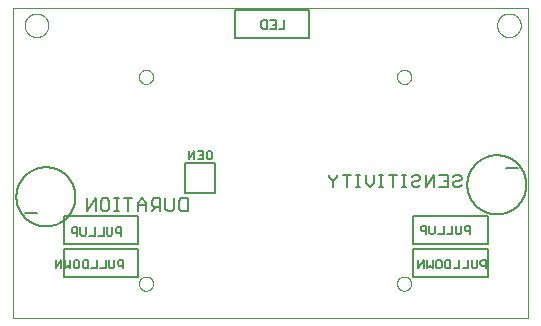
<source format=gbo>
G75*
%MOIN*%
%OFA0B0*%
%FSLAX25Y25*%
%IPPOS*%
%LPD*%
%AMOC8*
5,1,8,0,0,1.08239X$1,22.5*
%
%ADD10C,0.00000*%
%ADD11C,0.00500*%
%ADD12C,0.00800*%
D10*
X0003246Y0001374D02*
X0175057Y0001374D01*
X0175057Y0104917D01*
X0003246Y0104917D01*
X0003246Y0001374D01*
X0045246Y0012917D02*
X0045248Y0013014D01*
X0045254Y0013111D01*
X0045264Y0013207D01*
X0045278Y0013303D01*
X0045296Y0013399D01*
X0045317Y0013493D01*
X0045343Y0013587D01*
X0045372Y0013679D01*
X0045406Y0013770D01*
X0045442Y0013860D01*
X0045483Y0013948D01*
X0045527Y0014034D01*
X0045575Y0014119D01*
X0045626Y0014201D01*
X0045680Y0014282D01*
X0045738Y0014360D01*
X0045799Y0014435D01*
X0045862Y0014508D01*
X0045929Y0014579D01*
X0045999Y0014646D01*
X0046071Y0014711D01*
X0046146Y0014772D01*
X0046224Y0014831D01*
X0046303Y0014886D01*
X0046385Y0014938D01*
X0046469Y0014986D01*
X0046555Y0015031D01*
X0046643Y0015073D01*
X0046732Y0015111D01*
X0046823Y0015145D01*
X0046915Y0015175D01*
X0047008Y0015202D01*
X0047103Y0015224D01*
X0047198Y0015243D01*
X0047294Y0015258D01*
X0047390Y0015269D01*
X0047487Y0015276D01*
X0047584Y0015279D01*
X0047681Y0015278D01*
X0047778Y0015273D01*
X0047874Y0015264D01*
X0047970Y0015251D01*
X0048066Y0015234D01*
X0048161Y0015213D01*
X0048254Y0015189D01*
X0048347Y0015160D01*
X0048439Y0015128D01*
X0048529Y0015092D01*
X0048617Y0015053D01*
X0048704Y0015009D01*
X0048789Y0014963D01*
X0048872Y0014912D01*
X0048953Y0014859D01*
X0049031Y0014802D01*
X0049108Y0014742D01*
X0049181Y0014679D01*
X0049252Y0014613D01*
X0049320Y0014544D01*
X0049386Y0014472D01*
X0049448Y0014398D01*
X0049507Y0014321D01*
X0049563Y0014242D01*
X0049616Y0014160D01*
X0049666Y0014077D01*
X0049711Y0013991D01*
X0049754Y0013904D01*
X0049793Y0013815D01*
X0049828Y0013725D01*
X0049859Y0013633D01*
X0049886Y0013540D01*
X0049910Y0013446D01*
X0049930Y0013351D01*
X0049946Y0013255D01*
X0049958Y0013159D01*
X0049966Y0013062D01*
X0049970Y0012965D01*
X0049970Y0012869D01*
X0049966Y0012772D01*
X0049958Y0012675D01*
X0049946Y0012579D01*
X0049930Y0012483D01*
X0049910Y0012388D01*
X0049886Y0012294D01*
X0049859Y0012201D01*
X0049828Y0012109D01*
X0049793Y0012019D01*
X0049754Y0011930D01*
X0049711Y0011843D01*
X0049666Y0011757D01*
X0049616Y0011674D01*
X0049563Y0011592D01*
X0049507Y0011513D01*
X0049448Y0011436D01*
X0049386Y0011362D01*
X0049320Y0011290D01*
X0049252Y0011221D01*
X0049181Y0011155D01*
X0049108Y0011092D01*
X0049031Y0011032D01*
X0048953Y0010975D01*
X0048872Y0010922D01*
X0048789Y0010871D01*
X0048704Y0010825D01*
X0048617Y0010781D01*
X0048529Y0010742D01*
X0048439Y0010706D01*
X0048347Y0010674D01*
X0048254Y0010645D01*
X0048161Y0010621D01*
X0048066Y0010600D01*
X0047970Y0010583D01*
X0047874Y0010570D01*
X0047778Y0010561D01*
X0047681Y0010556D01*
X0047584Y0010555D01*
X0047487Y0010558D01*
X0047390Y0010565D01*
X0047294Y0010576D01*
X0047198Y0010591D01*
X0047103Y0010610D01*
X0047008Y0010632D01*
X0046915Y0010659D01*
X0046823Y0010689D01*
X0046732Y0010723D01*
X0046643Y0010761D01*
X0046555Y0010803D01*
X0046469Y0010848D01*
X0046385Y0010896D01*
X0046303Y0010948D01*
X0046224Y0011003D01*
X0046146Y0011062D01*
X0046071Y0011123D01*
X0045999Y0011188D01*
X0045929Y0011255D01*
X0045862Y0011326D01*
X0045799Y0011399D01*
X0045738Y0011474D01*
X0045680Y0011552D01*
X0045626Y0011633D01*
X0045575Y0011715D01*
X0045527Y0011800D01*
X0045483Y0011886D01*
X0045442Y0011974D01*
X0045406Y0012064D01*
X0045372Y0012155D01*
X0045343Y0012247D01*
X0045317Y0012341D01*
X0045296Y0012435D01*
X0045278Y0012531D01*
X0045264Y0012627D01*
X0045254Y0012723D01*
X0045248Y0012820D01*
X0045246Y0012917D01*
X0131270Y0012917D02*
X0131272Y0013014D01*
X0131278Y0013111D01*
X0131288Y0013207D01*
X0131302Y0013303D01*
X0131320Y0013399D01*
X0131341Y0013493D01*
X0131367Y0013587D01*
X0131396Y0013679D01*
X0131430Y0013770D01*
X0131466Y0013860D01*
X0131507Y0013948D01*
X0131551Y0014034D01*
X0131599Y0014119D01*
X0131650Y0014201D01*
X0131704Y0014282D01*
X0131762Y0014360D01*
X0131823Y0014435D01*
X0131886Y0014508D01*
X0131953Y0014579D01*
X0132023Y0014646D01*
X0132095Y0014711D01*
X0132170Y0014772D01*
X0132248Y0014831D01*
X0132327Y0014886D01*
X0132409Y0014938D01*
X0132493Y0014986D01*
X0132579Y0015031D01*
X0132667Y0015073D01*
X0132756Y0015111D01*
X0132847Y0015145D01*
X0132939Y0015175D01*
X0133032Y0015202D01*
X0133127Y0015224D01*
X0133222Y0015243D01*
X0133318Y0015258D01*
X0133414Y0015269D01*
X0133511Y0015276D01*
X0133608Y0015279D01*
X0133705Y0015278D01*
X0133802Y0015273D01*
X0133898Y0015264D01*
X0133994Y0015251D01*
X0134090Y0015234D01*
X0134185Y0015213D01*
X0134278Y0015189D01*
X0134371Y0015160D01*
X0134463Y0015128D01*
X0134553Y0015092D01*
X0134641Y0015053D01*
X0134728Y0015009D01*
X0134813Y0014963D01*
X0134896Y0014912D01*
X0134977Y0014859D01*
X0135055Y0014802D01*
X0135132Y0014742D01*
X0135205Y0014679D01*
X0135276Y0014613D01*
X0135344Y0014544D01*
X0135410Y0014472D01*
X0135472Y0014398D01*
X0135531Y0014321D01*
X0135587Y0014242D01*
X0135640Y0014160D01*
X0135690Y0014077D01*
X0135735Y0013991D01*
X0135778Y0013904D01*
X0135817Y0013815D01*
X0135852Y0013725D01*
X0135883Y0013633D01*
X0135910Y0013540D01*
X0135934Y0013446D01*
X0135954Y0013351D01*
X0135970Y0013255D01*
X0135982Y0013159D01*
X0135990Y0013062D01*
X0135994Y0012965D01*
X0135994Y0012869D01*
X0135990Y0012772D01*
X0135982Y0012675D01*
X0135970Y0012579D01*
X0135954Y0012483D01*
X0135934Y0012388D01*
X0135910Y0012294D01*
X0135883Y0012201D01*
X0135852Y0012109D01*
X0135817Y0012019D01*
X0135778Y0011930D01*
X0135735Y0011843D01*
X0135690Y0011757D01*
X0135640Y0011674D01*
X0135587Y0011592D01*
X0135531Y0011513D01*
X0135472Y0011436D01*
X0135410Y0011362D01*
X0135344Y0011290D01*
X0135276Y0011221D01*
X0135205Y0011155D01*
X0135132Y0011092D01*
X0135055Y0011032D01*
X0134977Y0010975D01*
X0134896Y0010922D01*
X0134813Y0010871D01*
X0134728Y0010825D01*
X0134641Y0010781D01*
X0134553Y0010742D01*
X0134463Y0010706D01*
X0134371Y0010674D01*
X0134278Y0010645D01*
X0134185Y0010621D01*
X0134090Y0010600D01*
X0133994Y0010583D01*
X0133898Y0010570D01*
X0133802Y0010561D01*
X0133705Y0010556D01*
X0133608Y0010555D01*
X0133511Y0010558D01*
X0133414Y0010565D01*
X0133318Y0010576D01*
X0133222Y0010591D01*
X0133127Y0010610D01*
X0133032Y0010632D01*
X0132939Y0010659D01*
X0132847Y0010689D01*
X0132756Y0010723D01*
X0132667Y0010761D01*
X0132579Y0010803D01*
X0132493Y0010848D01*
X0132409Y0010896D01*
X0132327Y0010948D01*
X0132248Y0011003D01*
X0132170Y0011062D01*
X0132095Y0011123D01*
X0132023Y0011188D01*
X0131953Y0011255D01*
X0131886Y0011326D01*
X0131823Y0011399D01*
X0131762Y0011474D01*
X0131704Y0011552D01*
X0131650Y0011633D01*
X0131599Y0011715D01*
X0131551Y0011800D01*
X0131507Y0011886D01*
X0131466Y0011974D01*
X0131430Y0012064D01*
X0131396Y0012155D01*
X0131367Y0012247D01*
X0131341Y0012341D01*
X0131320Y0012435D01*
X0131302Y0012531D01*
X0131288Y0012627D01*
X0131278Y0012723D01*
X0131272Y0012820D01*
X0131270Y0012917D01*
X0131270Y0081815D02*
X0131272Y0081912D01*
X0131278Y0082009D01*
X0131288Y0082105D01*
X0131302Y0082201D01*
X0131320Y0082297D01*
X0131341Y0082391D01*
X0131367Y0082485D01*
X0131396Y0082577D01*
X0131430Y0082668D01*
X0131466Y0082758D01*
X0131507Y0082846D01*
X0131551Y0082932D01*
X0131599Y0083017D01*
X0131650Y0083099D01*
X0131704Y0083180D01*
X0131762Y0083258D01*
X0131823Y0083333D01*
X0131886Y0083406D01*
X0131953Y0083477D01*
X0132023Y0083544D01*
X0132095Y0083609D01*
X0132170Y0083670D01*
X0132248Y0083729D01*
X0132327Y0083784D01*
X0132409Y0083836D01*
X0132493Y0083884D01*
X0132579Y0083929D01*
X0132667Y0083971D01*
X0132756Y0084009D01*
X0132847Y0084043D01*
X0132939Y0084073D01*
X0133032Y0084100D01*
X0133127Y0084122D01*
X0133222Y0084141D01*
X0133318Y0084156D01*
X0133414Y0084167D01*
X0133511Y0084174D01*
X0133608Y0084177D01*
X0133705Y0084176D01*
X0133802Y0084171D01*
X0133898Y0084162D01*
X0133994Y0084149D01*
X0134090Y0084132D01*
X0134185Y0084111D01*
X0134278Y0084087D01*
X0134371Y0084058D01*
X0134463Y0084026D01*
X0134553Y0083990D01*
X0134641Y0083951D01*
X0134728Y0083907D01*
X0134813Y0083861D01*
X0134896Y0083810D01*
X0134977Y0083757D01*
X0135055Y0083700D01*
X0135132Y0083640D01*
X0135205Y0083577D01*
X0135276Y0083511D01*
X0135344Y0083442D01*
X0135410Y0083370D01*
X0135472Y0083296D01*
X0135531Y0083219D01*
X0135587Y0083140D01*
X0135640Y0083058D01*
X0135690Y0082975D01*
X0135735Y0082889D01*
X0135778Y0082802D01*
X0135817Y0082713D01*
X0135852Y0082623D01*
X0135883Y0082531D01*
X0135910Y0082438D01*
X0135934Y0082344D01*
X0135954Y0082249D01*
X0135970Y0082153D01*
X0135982Y0082057D01*
X0135990Y0081960D01*
X0135994Y0081863D01*
X0135994Y0081767D01*
X0135990Y0081670D01*
X0135982Y0081573D01*
X0135970Y0081477D01*
X0135954Y0081381D01*
X0135934Y0081286D01*
X0135910Y0081192D01*
X0135883Y0081099D01*
X0135852Y0081007D01*
X0135817Y0080917D01*
X0135778Y0080828D01*
X0135735Y0080741D01*
X0135690Y0080655D01*
X0135640Y0080572D01*
X0135587Y0080490D01*
X0135531Y0080411D01*
X0135472Y0080334D01*
X0135410Y0080260D01*
X0135344Y0080188D01*
X0135276Y0080119D01*
X0135205Y0080053D01*
X0135132Y0079990D01*
X0135055Y0079930D01*
X0134977Y0079873D01*
X0134896Y0079820D01*
X0134813Y0079769D01*
X0134728Y0079723D01*
X0134641Y0079679D01*
X0134553Y0079640D01*
X0134463Y0079604D01*
X0134371Y0079572D01*
X0134278Y0079543D01*
X0134185Y0079519D01*
X0134090Y0079498D01*
X0133994Y0079481D01*
X0133898Y0079468D01*
X0133802Y0079459D01*
X0133705Y0079454D01*
X0133608Y0079453D01*
X0133511Y0079456D01*
X0133414Y0079463D01*
X0133318Y0079474D01*
X0133222Y0079489D01*
X0133127Y0079508D01*
X0133032Y0079530D01*
X0132939Y0079557D01*
X0132847Y0079587D01*
X0132756Y0079621D01*
X0132667Y0079659D01*
X0132579Y0079701D01*
X0132493Y0079746D01*
X0132409Y0079794D01*
X0132327Y0079846D01*
X0132248Y0079901D01*
X0132170Y0079960D01*
X0132095Y0080021D01*
X0132023Y0080086D01*
X0131953Y0080153D01*
X0131886Y0080224D01*
X0131823Y0080297D01*
X0131762Y0080372D01*
X0131704Y0080450D01*
X0131650Y0080531D01*
X0131599Y0080613D01*
X0131551Y0080698D01*
X0131507Y0080784D01*
X0131466Y0080872D01*
X0131430Y0080962D01*
X0131396Y0081053D01*
X0131367Y0081145D01*
X0131341Y0081239D01*
X0131320Y0081333D01*
X0131302Y0081429D01*
X0131288Y0081525D01*
X0131278Y0081621D01*
X0131272Y0081718D01*
X0131270Y0081815D01*
X0164663Y0099012D02*
X0164665Y0099137D01*
X0164671Y0099262D01*
X0164681Y0099386D01*
X0164695Y0099510D01*
X0164712Y0099634D01*
X0164734Y0099757D01*
X0164760Y0099879D01*
X0164789Y0100001D01*
X0164822Y0100121D01*
X0164860Y0100240D01*
X0164900Y0100359D01*
X0164945Y0100475D01*
X0164993Y0100590D01*
X0165045Y0100704D01*
X0165101Y0100816D01*
X0165160Y0100926D01*
X0165222Y0101034D01*
X0165288Y0101141D01*
X0165357Y0101245D01*
X0165430Y0101346D01*
X0165505Y0101446D01*
X0165584Y0101543D01*
X0165666Y0101637D01*
X0165751Y0101729D01*
X0165838Y0101818D01*
X0165929Y0101904D01*
X0166022Y0101987D01*
X0166118Y0102068D01*
X0166216Y0102145D01*
X0166316Y0102219D01*
X0166419Y0102290D01*
X0166524Y0102357D01*
X0166632Y0102422D01*
X0166741Y0102482D01*
X0166852Y0102540D01*
X0166965Y0102593D01*
X0167079Y0102643D01*
X0167195Y0102690D01*
X0167312Y0102732D01*
X0167431Y0102771D01*
X0167551Y0102807D01*
X0167672Y0102838D01*
X0167794Y0102866D01*
X0167916Y0102889D01*
X0168040Y0102909D01*
X0168164Y0102925D01*
X0168288Y0102937D01*
X0168413Y0102945D01*
X0168538Y0102949D01*
X0168662Y0102949D01*
X0168787Y0102945D01*
X0168912Y0102937D01*
X0169036Y0102925D01*
X0169160Y0102909D01*
X0169284Y0102889D01*
X0169406Y0102866D01*
X0169528Y0102838D01*
X0169649Y0102807D01*
X0169769Y0102771D01*
X0169888Y0102732D01*
X0170005Y0102690D01*
X0170121Y0102643D01*
X0170235Y0102593D01*
X0170348Y0102540D01*
X0170459Y0102482D01*
X0170569Y0102422D01*
X0170676Y0102357D01*
X0170781Y0102290D01*
X0170884Y0102219D01*
X0170984Y0102145D01*
X0171082Y0102068D01*
X0171178Y0101987D01*
X0171271Y0101904D01*
X0171362Y0101818D01*
X0171449Y0101729D01*
X0171534Y0101637D01*
X0171616Y0101543D01*
X0171695Y0101446D01*
X0171770Y0101346D01*
X0171843Y0101245D01*
X0171912Y0101141D01*
X0171978Y0101034D01*
X0172040Y0100926D01*
X0172099Y0100816D01*
X0172155Y0100704D01*
X0172207Y0100590D01*
X0172255Y0100475D01*
X0172300Y0100359D01*
X0172340Y0100240D01*
X0172378Y0100121D01*
X0172411Y0100001D01*
X0172440Y0099879D01*
X0172466Y0099757D01*
X0172488Y0099634D01*
X0172505Y0099510D01*
X0172519Y0099386D01*
X0172529Y0099262D01*
X0172535Y0099137D01*
X0172537Y0099012D01*
X0172535Y0098887D01*
X0172529Y0098762D01*
X0172519Y0098638D01*
X0172505Y0098514D01*
X0172488Y0098390D01*
X0172466Y0098267D01*
X0172440Y0098145D01*
X0172411Y0098023D01*
X0172378Y0097903D01*
X0172340Y0097784D01*
X0172300Y0097665D01*
X0172255Y0097549D01*
X0172207Y0097434D01*
X0172155Y0097320D01*
X0172099Y0097208D01*
X0172040Y0097098D01*
X0171978Y0096990D01*
X0171912Y0096883D01*
X0171843Y0096779D01*
X0171770Y0096678D01*
X0171695Y0096578D01*
X0171616Y0096481D01*
X0171534Y0096387D01*
X0171449Y0096295D01*
X0171362Y0096206D01*
X0171271Y0096120D01*
X0171178Y0096037D01*
X0171082Y0095956D01*
X0170984Y0095879D01*
X0170884Y0095805D01*
X0170781Y0095734D01*
X0170676Y0095667D01*
X0170568Y0095602D01*
X0170459Y0095542D01*
X0170348Y0095484D01*
X0170235Y0095431D01*
X0170121Y0095381D01*
X0170005Y0095334D01*
X0169888Y0095292D01*
X0169769Y0095253D01*
X0169649Y0095217D01*
X0169528Y0095186D01*
X0169406Y0095158D01*
X0169284Y0095135D01*
X0169160Y0095115D01*
X0169036Y0095099D01*
X0168912Y0095087D01*
X0168787Y0095079D01*
X0168662Y0095075D01*
X0168538Y0095075D01*
X0168413Y0095079D01*
X0168288Y0095087D01*
X0168164Y0095099D01*
X0168040Y0095115D01*
X0167916Y0095135D01*
X0167794Y0095158D01*
X0167672Y0095186D01*
X0167551Y0095217D01*
X0167431Y0095253D01*
X0167312Y0095292D01*
X0167195Y0095334D01*
X0167079Y0095381D01*
X0166965Y0095431D01*
X0166852Y0095484D01*
X0166741Y0095542D01*
X0166631Y0095602D01*
X0166524Y0095667D01*
X0166419Y0095734D01*
X0166316Y0095805D01*
X0166216Y0095879D01*
X0166118Y0095956D01*
X0166022Y0096037D01*
X0165929Y0096120D01*
X0165838Y0096206D01*
X0165751Y0096295D01*
X0165666Y0096387D01*
X0165584Y0096481D01*
X0165505Y0096578D01*
X0165430Y0096678D01*
X0165357Y0096779D01*
X0165288Y0096883D01*
X0165222Y0096990D01*
X0165160Y0097098D01*
X0165101Y0097208D01*
X0165045Y0097320D01*
X0164993Y0097434D01*
X0164945Y0097549D01*
X0164900Y0097665D01*
X0164860Y0097784D01*
X0164822Y0097903D01*
X0164789Y0098023D01*
X0164760Y0098145D01*
X0164734Y0098267D01*
X0164712Y0098390D01*
X0164695Y0098514D01*
X0164681Y0098638D01*
X0164671Y0098762D01*
X0164665Y0098887D01*
X0164663Y0099012D01*
X0045246Y0081815D02*
X0045248Y0081912D01*
X0045254Y0082009D01*
X0045264Y0082105D01*
X0045278Y0082201D01*
X0045296Y0082297D01*
X0045317Y0082391D01*
X0045343Y0082485D01*
X0045372Y0082577D01*
X0045406Y0082668D01*
X0045442Y0082758D01*
X0045483Y0082846D01*
X0045527Y0082932D01*
X0045575Y0083017D01*
X0045626Y0083099D01*
X0045680Y0083180D01*
X0045738Y0083258D01*
X0045799Y0083333D01*
X0045862Y0083406D01*
X0045929Y0083477D01*
X0045999Y0083544D01*
X0046071Y0083609D01*
X0046146Y0083670D01*
X0046224Y0083729D01*
X0046303Y0083784D01*
X0046385Y0083836D01*
X0046469Y0083884D01*
X0046555Y0083929D01*
X0046643Y0083971D01*
X0046732Y0084009D01*
X0046823Y0084043D01*
X0046915Y0084073D01*
X0047008Y0084100D01*
X0047103Y0084122D01*
X0047198Y0084141D01*
X0047294Y0084156D01*
X0047390Y0084167D01*
X0047487Y0084174D01*
X0047584Y0084177D01*
X0047681Y0084176D01*
X0047778Y0084171D01*
X0047874Y0084162D01*
X0047970Y0084149D01*
X0048066Y0084132D01*
X0048161Y0084111D01*
X0048254Y0084087D01*
X0048347Y0084058D01*
X0048439Y0084026D01*
X0048529Y0083990D01*
X0048617Y0083951D01*
X0048704Y0083907D01*
X0048789Y0083861D01*
X0048872Y0083810D01*
X0048953Y0083757D01*
X0049031Y0083700D01*
X0049108Y0083640D01*
X0049181Y0083577D01*
X0049252Y0083511D01*
X0049320Y0083442D01*
X0049386Y0083370D01*
X0049448Y0083296D01*
X0049507Y0083219D01*
X0049563Y0083140D01*
X0049616Y0083058D01*
X0049666Y0082975D01*
X0049711Y0082889D01*
X0049754Y0082802D01*
X0049793Y0082713D01*
X0049828Y0082623D01*
X0049859Y0082531D01*
X0049886Y0082438D01*
X0049910Y0082344D01*
X0049930Y0082249D01*
X0049946Y0082153D01*
X0049958Y0082057D01*
X0049966Y0081960D01*
X0049970Y0081863D01*
X0049970Y0081767D01*
X0049966Y0081670D01*
X0049958Y0081573D01*
X0049946Y0081477D01*
X0049930Y0081381D01*
X0049910Y0081286D01*
X0049886Y0081192D01*
X0049859Y0081099D01*
X0049828Y0081007D01*
X0049793Y0080917D01*
X0049754Y0080828D01*
X0049711Y0080741D01*
X0049666Y0080655D01*
X0049616Y0080572D01*
X0049563Y0080490D01*
X0049507Y0080411D01*
X0049448Y0080334D01*
X0049386Y0080260D01*
X0049320Y0080188D01*
X0049252Y0080119D01*
X0049181Y0080053D01*
X0049108Y0079990D01*
X0049031Y0079930D01*
X0048953Y0079873D01*
X0048872Y0079820D01*
X0048789Y0079769D01*
X0048704Y0079723D01*
X0048617Y0079679D01*
X0048529Y0079640D01*
X0048439Y0079604D01*
X0048347Y0079572D01*
X0048254Y0079543D01*
X0048161Y0079519D01*
X0048066Y0079498D01*
X0047970Y0079481D01*
X0047874Y0079468D01*
X0047778Y0079459D01*
X0047681Y0079454D01*
X0047584Y0079453D01*
X0047487Y0079456D01*
X0047390Y0079463D01*
X0047294Y0079474D01*
X0047198Y0079489D01*
X0047103Y0079508D01*
X0047008Y0079530D01*
X0046915Y0079557D01*
X0046823Y0079587D01*
X0046732Y0079621D01*
X0046643Y0079659D01*
X0046555Y0079701D01*
X0046469Y0079746D01*
X0046385Y0079794D01*
X0046303Y0079846D01*
X0046224Y0079901D01*
X0046146Y0079960D01*
X0046071Y0080021D01*
X0045999Y0080086D01*
X0045929Y0080153D01*
X0045862Y0080224D01*
X0045799Y0080297D01*
X0045738Y0080372D01*
X0045680Y0080450D01*
X0045626Y0080531D01*
X0045575Y0080613D01*
X0045527Y0080698D01*
X0045483Y0080784D01*
X0045442Y0080872D01*
X0045406Y0080962D01*
X0045372Y0081053D01*
X0045343Y0081145D01*
X0045317Y0081239D01*
X0045296Y0081333D01*
X0045278Y0081429D01*
X0045264Y0081525D01*
X0045254Y0081621D01*
X0045248Y0081718D01*
X0045246Y0081815D01*
X0007183Y0099012D02*
X0007185Y0099137D01*
X0007191Y0099262D01*
X0007201Y0099386D01*
X0007215Y0099510D01*
X0007232Y0099634D01*
X0007254Y0099757D01*
X0007280Y0099879D01*
X0007309Y0100001D01*
X0007342Y0100121D01*
X0007380Y0100240D01*
X0007420Y0100359D01*
X0007465Y0100475D01*
X0007513Y0100590D01*
X0007565Y0100704D01*
X0007621Y0100816D01*
X0007680Y0100926D01*
X0007742Y0101034D01*
X0007808Y0101141D01*
X0007877Y0101245D01*
X0007950Y0101346D01*
X0008025Y0101446D01*
X0008104Y0101543D01*
X0008186Y0101637D01*
X0008271Y0101729D01*
X0008358Y0101818D01*
X0008449Y0101904D01*
X0008542Y0101987D01*
X0008638Y0102068D01*
X0008736Y0102145D01*
X0008836Y0102219D01*
X0008939Y0102290D01*
X0009044Y0102357D01*
X0009152Y0102422D01*
X0009261Y0102482D01*
X0009372Y0102540D01*
X0009485Y0102593D01*
X0009599Y0102643D01*
X0009715Y0102690D01*
X0009832Y0102732D01*
X0009951Y0102771D01*
X0010071Y0102807D01*
X0010192Y0102838D01*
X0010314Y0102866D01*
X0010436Y0102889D01*
X0010560Y0102909D01*
X0010684Y0102925D01*
X0010808Y0102937D01*
X0010933Y0102945D01*
X0011058Y0102949D01*
X0011182Y0102949D01*
X0011307Y0102945D01*
X0011432Y0102937D01*
X0011556Y0102925D01*
X0011680Y0102909D01*
X0011804Y0102889D01*
X0011926Y0102866D01*
X0012048Y0102838D01*
X0012169Y0102807D01*
X0012289Y0102771D01*
X0012408Y0102732D01*
X0012525Y0102690D01*
X0012641Y0102643D01*
X0012755Y0102593D01*
X0012868Y0102540D01*
X0012979Y0102482D01*
X0013089Y0102422D01*
X0013196Y0102357D01*
X0013301Y0102290D01*
X0013404Y0102219D01*
X0013504Y0102145D01*
X0013602Y0102068D01*
X0013698Y0101987D01*
X0013791Y0101904D01*
X0013882Y0101818D01*
X0013969Y0101729D01*
X0014054Y0101637D01*
X0014136Y0101543D01*
X0014215Y0101446D01*
X0014290Y0101346D01*
X0014363Y0101245D01*
X0014432Y0101141D01*
X0014498Y0101034D01*
X0014560Y0100926D01*
X0014619Y0100816D01*
X0014675Y0100704D01*
X0014727Y0100590D01*
X0014775Y0100475D01*
X0014820Y0100359D01*
X0014860Y0100240D01*
X0014898Y0100121D01*
X0014931Y0100001D01*
X0014960Y0099879D01*
X0014986Y0099757D01*
X0015008Y0099634D01*
X0015025Y0099510D01*
X0015039Y0099386D01*
X0015049Y0099262D01*
X0015055Y0099137D01*
X0015057Y0099012D01*
X0015055Y0098887D01*
X0015049Y0098762D01*
X0015039Y0098638D01*
X0015025Y0098514D01*
X0015008Y0098390D01*
X0014986Y0098267D01*
X0014960Y0098145D01*
X0014931Y0098023D01*
X0014898Y0097903D01*
X0014860Y0097784D01*
X0014820Y0097665D01*
X0014775Y0097549D01*
X0014727Y0097434D01*
X0014675Y0097320D01*
X0014619Y0097208D01*
X0014560Y0097098D01*
X0014498Y0096990D01*
X0014432Y0096883D01*
X0014363Y0096779D01*
X0014290Y0096678D01*
X0014215Y0096578D01*
X0014136Y0096481D01*
X0014054Y0096387D01*
X0013969Y0096295D01*
X0013882Y0096206D01*
X0013791Y0096120D01*
X0013698Y0096037D01*
X0013602Y0095956D01*
X0013504Y0095879D01*
X0013404Y0095805D01*
X0013301Y0095734D01*
X0013196Y0095667D01*
X0013088Y0095602D01*
X0012979Y0095542D01*
X0012868Y0095484D01*
X0012755Y0095431D01*
X0012641Y0095381D01*
X0012525Y0095334D01*
X0012408Y0095292D01*
X0012289Y0095253D01*
X0012169Y0095217D01*
X0012048Y0095186D01*
X0011926Y0095158D01*
X0011804Y0095135D01*
X0011680Y0095115D01*
X0011556Y0095099D01*
X0011432Y0095087D01*
X0011307Y0095079D01*
X0011182Y0095075D01*
X0011058Y0095075D01*
X0010933Y0095079D01*
X0010808Y0095087D01*
X0010684Y0095099D01*
X0010560Y0095115D01*
X0010436Y0095135D01*
X0010314Y0095158D01*
X0010192Y0095186D01*
X0010071Y0095217D01*
X0009951Y0095253D01*
X0009832Y0095292D01*
X0009715Y0095334D01*
X0009599Y0095381D01*
X0009485Y0095431D01*
X0009372Y0095484D01*
X0009261Y0095542D01*
X0009151Y0095602D01*
X0009044Y0095667D01*
X0008939Y0095734D01*
X0008836Y0095805D01*
X0008736Y0095879D01*
X0008638Y0095956D01*
X0008542Y0096037D01*
X0008449Y0096120D01*
X0008358Y0096206D01*
X0008271Y0096295D01*
X0008186Y0096387D01*
X0008104Y0096481D01*
X0008025Y0096578D01*
X0007950Y0096678D01*
X0007877Y0096779D01*
X0007808Y0096883D01*
X0007742Y0096990D01*
X0007680Y0097098D01*
X0007621Y0097208D01*
X0007565Y0097320D01*
X0007513Y0097434D01*
X0007465Y0097549D01*
X0007420Y0097665D01*
X0007380Y0097784D01*
X0007342Y0097903D01*
X0007309Y0098023D01*
X0007280Y0098145D01*
X0007254Y0098267D01*
X0007232Y0098390D01*
X0007215Y0098514D01*
X0007201Y0098638D01*
X0007191Y0098762D01*
X0007185Y0098887D01*
X0007183Y0099012D01*
D11*
X0061896Y0057027D02*
X0061896Y0054325D01*
X0063698Y0057027D01*
X0063698Y0054325D01*
X0064842Y0054325D02*
X0066644Y0054325D01*
X0066644Y0057027D01*
X0064842Y0057027D01*
X0065743Y0055676D02*
X0066644Y0055676D01*
X0067789Y0054775D02*
X0067789Y0056577D01*
X0068239Y0057027D01*
X0069140Y0057027D01*
X0069591Y0056577D01*
X0069591Y0054775D01*
X0069140Y0054325D01*
X0068239Y0054325D01*
X0067789Y0054775D01*
X0070510Y0053185D02*
X0070510Y0043185D01*
X0060510Y0043185D01*
X0060510Y0053185D01*
X0070510Y0053185D01*
X0039352Y0031618D02*
X0038001Y0031618D01*
X0037551Y0031168D01*
X0037551Y0030267D01*
X0038001Y0029817D01*
X0039352Y0029817D01*
X0039352Y0028916D02*
X0039352Y0031618D01*
X0036406Y0031618D02*
X0036406Y0029367D01*
X0035955Y0028916D01*
X0035055Y0028916D01*
X0034604Y0029367D01*
X0034604Y0031618D01*
X0033459Y0031618D02*
X0033459Y0028916D01*
X0031658Y0028916D01*
X0030513Y0028916D02*
X0028711Y0028916D01*
X0027566Y0029367D02*
X0027116Y0028916D01*
X0026215Y0028916D01*
X0025765Y0029367D01*
X0025765Y0031618D01*
X0024620Y0031618D02*
X0023269Y0031618D01*
X0022818Y0031168D01*
X0022818Y0030267D01*
X0023269Y0029817D01*
X0024620Y0029817D01*
X0024620Y0028916D02*
X0024620Y0031618D01*
X0027566Y0031618D02*
X0027566Y0029367D01*
X0030513Y0028916D02*
X0030513Y0031618D01*
X0031213Y0020725D02*
X0031213Y0018022D01*
X0029411Y0018022D01*
X0028266Y0018022D02*
X0026915Y0018022D01*
X0026465Y0018473D01*
X0026465Y0020274D01*
X0026915Y0020725D01*
X0028266Y0020725D01*
X0028266Y0018022D01*
X0025320Y0018473D02*
X0025320Y0020274D01*
X0024869Y0020725D01*
X0023969Y0020725D01*
X0023518Y0020274D01*
X0023518Y0018473D01*
X0023969Y0018022D01*
X0024869Y0018022D01*
X0025320Y0018473D01*
X0022373Y0018022D02*
X0022373Y0020725D01*
X0020572Y0020725D02*
X0020572Y0018022D01*
X0021473Y0018923D01*
X0022373Y0018022D01*
X0019427Y0018022D02*
X0019427Y0020725D01*
X0017625Y0018022D01*
X0017625Y0020725D01*
X0032358Y0018022D02*
X0034159Y0018022D01*
X0034159Y0020725D01*
X0035304Y0020725D02*
X0035304Y0018473D01*
X0035755Y0018022D01*
X0036656Y0018022D01*
X0037106Y0018473D01*
X0037106Y0020725D01*
X0038251Y0020274D02*
X0038251Y0019374D01*
X0038701Y0018923D01*
X0040052Y0018923D01*
X0040052Y0018022D02*
X0040052Y0020725D01*
X0038701Y0020725D01*
X0038251Y0020274D01*
X0138436Y0020725D02*
X0138436Y0018022D01*
X0140238Y0020725D01*
X0140238Y0018022D01*
X0141383Y0018022D02*
X0141383Y0020725D01*
X0143184Y0020725D02*
X0143184Y0018022D01*
X0142284Y0018923D01*
X0141383Y0018022D01*
X0144329Y0018473D02*
X0144329Y0020274D01*
X0144780Y0020725D01*
X0145681Y0020725D01*
X0146131Y0020274D01*
X0146131Y0018473D01*
X0145681Y0018022D01*
X0144780Y0018022D01*
X0144329Y0018473D01*
X0147276Y0018473D02*
X0147276Y0020274D01*
X0147726Y0020725D01*
X0149077Y0020725D01*
X0149077Y0018022D01*
X0147726Y0018022D01*
X0147276Y0018473D01*
X0150222Y0018022D02*
X0152024Y0018022D01*
X0152024Y0020725D01*
X0154970Y0020725D02*
X0154970Y0018022D01*
X0153169Y0018022D01*
X0156115Y0018473D02*
X0156115Y0020725D01*
X0157917Y0020725D02*
X0157917Y0018473D01*
X0157467Y0018022D01*
X0156566Y0018022D01*
X0156115Y0018473D01*
X0159062Y0019374D02*
X0159062Y0020274D01*
X0159512Y0020725D01*
X0160863Y0020725D01*
X0160863Y0018022D01*
X0160863Y0018923D02*
X0159512Y0018923D01*
X0159062Y0019374D01*
X0155663Y0029416D02*
X0155663Y0032118D01*
X0154312Y0032118D01*
X0153862Y0031668D01*
X0153862Y0030767D01*
X0154312Y0030317D01*
X0155663Y0030317D01*
X0152717Y0029867D02*
X0152717Y0032118D01*
X0150915Y0032118D02*
X0150915Y0029867D01*
X0151366Y0029416D01*
X0152266Y0029416D01*
X0152717Y0029867D01*
X0149770Y0029416D02*
X0149770Y0032118D01*
X0146824Y0032118D02*
X0146824Y0029416D01*
X0145022Y0029416D01*
X0143877Y0029867D02*
X0143427Y0029416D01*
X0142526Y0029416D01*
X0142076Y0029867D01*
X0142076Y0032118D01*
X0140931Y0032118D02*
X0139580Y0032118D01*
X0139129Y0031668D01*
X0139129Y0030767D01*
X0139580Y0030317D01*
X0140931Y0030317D01*
X0140931Y0029416D02*
X0140931Y0032118D01*
X0143877Y0032118D02*
X0143877Y0029867D01*
X0147969Y0029416D02*
X0149770Y0029416D01*
X0093773Y0097916D02*
X0091971Y0097916D01*
X0090826Y0097916D02*
X0089025Y0097916D01*
X0087880Y0097916D02*
X0086528Y0097916D01*
X0086078Y0098367D01*
X0086078Y0100168D01*
X0086528Y0100618D01*
X0087880Y0100618D01*
X0087880Y0097916D01*
X0089925Y0099267D02*
X0090826Y0099267D01*
X0090826Y0100618D02*
X0090826Y0097916D01*
X0090826Y0100618D02*
X0089025Y0100618D01*
X0093773Y0100618D02*
X0093773Y0097916D01*
D12*
X0101959Y0094642D02*
X0101959Y0104091D01*
X0077156Y0104091D01*
X0077156Y0094642D01*
X0101959Y0094642D01*
X0167557Y0051366D02*
X0171557Y0051366D01*
X0154714Y0045866D02*
X0154717Y0046108D01*
X0154726Y0046349D01*
X0154741Y0046590D01*
X0154761Y0046831D01*
X0154788Y0047071D01*
X0154821Y0047310D01*
X0154859Y0047549D01*
X0154903Y0047786D01*
X0154953Y0048023D01*
X0155009Y0048258D01*
X0155071Y0048491D01*
X0155138Y0048723D01*
X0155211Y0048954D01*
X0155289Y0049182D01*
X0155374Y0049408D01*
X0155463Y0049633D01*
X0155558Y0049855D01*
X0155659Y0050074D01*
X0155765Y0050292D01*
X0155876Y0050506D01*
X0155993Y0050718D01*
X0156114Y0050926D01*
X0156241Y0051132D01*
X0156373Y0051334D01*
X0156510Y0051534D01*
X0156651Y0051729D01*
X0156797Y0051922D01*
X0156948Y0052110D01*
X0157104Y0052295D01*
X0157264Y0052476D01*
X0157428Y0052653D01*
X0157597Y0052826D01*
X0157770Y0052995D01*
X0157947Y0053159D01*
X0158128Y0053319D01*
X0158313Y0053475D01*
X0158501Y0053626D01*
X0158694Y0053772D01*
X0158889Y0053913D01*
X0159089Y0054050D01*
X0159291Y0054182D01*
X0159497Y0054309D01*
X0159705Y0054430D01*
X0159917Y0054547D01*
X0160131Y0054658D01*
X0160349Y0054764D01*
X0160568Y0054865D01*
X0160790Y0054960D01*
X0161015Y0055049D01*
X0161241Y0055134D01*
X0161469Y0055212D01*
X0161700Y0055285D01*
X0161932Y0055352D01*
X0162165Y0055414D01*
X0162400Y0055470D01*
X0162637Y0055520D01*
X0162874Y0055564D01*
X0163113Y0055602D01*
X0163352Y0055635D01*
X0163592Y0055662D01*
X0163833Y0055682D01*
X0164074Y0055697D01*
X0164315Y0055706D01*
X0164557Y0055709D01*
X0164799Y0055706D01*
X0165040Y0055697D01*
X0165281Y0055682D01*
X0165522Y0055662D01*
X0165762Y0055635D01*
X0166001Y0055602D01*
X0166240Y0055564D01*
X0166477Y0055520D01*
X0166714Y0055470D01*
X0166949Y0055414D01*
X0167182Y0055352D01*
X0167414Y0055285D01*
X0167645Y0055212D01*
X0167873Y0055134D01*
X0168099Y0055049D01*
X0168324Y0054960D01*
X0168546Y0054865D01*
X0168765Y0054764D01*
X0168983Y0054658D01*
X0169197Y0054547D01*
X0169409Y0054430D01*
X0169617Y0054309D01*
X0169823Y0054182D01*
X0170025Y0054050D01*
X0170225Y0053913D01*
X0170420Y0053772D01*
X0170613Y0053626D01*
X0170801Y0053475D01*
X0170986Y0053319D01*
X0171167Y0053159D01*
X0171344Y0052995D01*
X0171517Y0052826D01*
X0171686Y0052653D01*
X0171850Y0052476D01*
X0172010Y0052295D01*
X0172166Y0052110D01*
X0172317Y0051922D01*
X0172463Y0051729D01*
X0172604Y0051534D01*
X0172741Y0051334D01*
X0172873Y0051132D01*
X0173000Y0050926D01*
X0173121Y0050718D01*
X0173238Y0050506D01*
X0173349Y0050292D01*
X0173455Y0050074D01*
X0173556Y0049855D01*
X0173651Y0049633D01*
X0173740Y0049408D01*
X0173825Y0049182D01*
X0173903Y0048954D01*
X0173976Y0048723D01*
X0174043Y0048491D01*
X0174105Y0048258D01*
X0174161Y0048023D01*
X0174211Y0047786D01*
X0174255Y0047549D01*
X0174293Y0047310D01*
X0174326Y0047071D01*
X0174353Y0046831D01*
X0174373Y0046590D01*
X0174388Y0046349D01*
X0174397Y0046108D01*
X0174400Y0045866D01*
X0174397Y0045624D01*
X0174388Y0045383D01*
X0174373Y0045142D01*
X0174353Y0044901D01*
X0174326Y0044661D01*
X0174293Y0044422D01*
X0174255Y0044183D01*
X0174211Y0043946D01*
X0174161Y0043709D01*
X0174105Y0043474D01*
X0174043Y0043241D01*
X0173976Y0043009D01*
X0173903Y0042778D01*
X0173825Y0042550D01*
X0173740Y0042324D01*
X0173651Y0042099D01*
X0173556Y0041877D01*
X0173455Y0041658D01*
X0173349Y0041440D01*
X0173238Y0041226D01*
X0173121Y0041014D01*
X0173000Y0040806D01*
X0172873Y0040600D01*
X0172741Y0040398D01*
X0172604Y0040198D01*
X0172463Y0040003D01*
X0172317Y0039810D01*
X0172166Y0039622D01*
X0172010Y0039437D01*
X0171850Y0039256D01*
X0171686Y0039079D01*
X0171517Y0038906D01*
X0171344Y0038737D01*
X0171167Y0038573D01*
X0170986Y0038413D01*
X0170801Y0038257D01*
X0170613Y0038106D01*
X0170420Y0037960D01*
X0170225Y0037819D01*
X0170025Y0037682D01*
X0169823Y0037550D01*
X0169617Y0037423D01*
X0169409Y0037302D01*
X0169197Y0037185D01*
X0168983Y0037074D01*
X0168765Y0036968D01*
X0168546Y0036867D01*
X0168324Y0036772D01*
X0168099Y0036683D01*
X0167873Y0036598D01*
X0167645Y0036520D01*
X0167414Y0036447D01*
X0167182Y0036380D01*
X0166949Y0036318D01*
X0166714Y0036262D01*
X0166477Y0036212D01*
X0166240Y0036168D01*
X0166001Y0036130D01*
X0165762Y0036097D01*
X0165522Y0036070D01*
X0165281Y0036050D01*
X0165040Y0036035D01*
X0164799Y0036026D01*
X0164557Y0036023D01*
X0164315Y0036026D01*
X0164074Y0036035D01*
X0163833Y0036050D01*
X0163592Y0036070D01*
X0163352Y0036097D01*
X0163113Y0036130D01*
X0162874Y0036168D01*
X0162637Y0036212D01*
X0162400Y0036262D01*
X0162165Y0036318D01*
X0161932Y0036380D01*
X0161700Y0036447D01*
X0161469Y0036520D01*
X0161241Y0036598D01*
X0161015Y0036683D01*
X0160790Y0036772D01*
X0160568Y0036867D01*
X0160349Y0036968D01*
X0160131Y0037074D01*
X0159917Y0037185D01*
X0159705Y0037302D01*
X0159497Y0037423D01*
X0159291Y0037550D01*
X0159089Y0037682D01*
X0158889Y0037819D01*
X0158694Y0037960D01*
X0158501Y0038106D01*
X0158313Y0038257D01*
X0158128Y0038413D01*
X0157947Y0038573D01*
X0157770Y0038737D01*
X0157597Y0038906D01*
X0157428Y0039079D01*
X0157264Y0039256D01*
X0157104Y0039437D01*
X0156948Y0039622D01*
X0156797Y0039810D01*
X0156651Y0040003D01*
X0156510Y0040198D01*
X0156373Y0040398D01*
X0156241Y0040600D01*
X0156114Y0040806D01*
X0155993Y0041014D01*
X0155876Y0041226D01*
X0155765Y0041440D01*
X0155659Y0041658D01*
X0155558Y0041877D01*
X0155463Y0042099D01*
X0155374Y0042324D01*
X0155289Y0042550D01*
X0155211Y0042778D01*
X0155138Y0043009D01*
X0155071Y0043241D01*
X0155009Y0043474D01*
X0154953Y0043709D01*
X0154903Y0043946D01*
X0154859Y0044183D01*
X0154821Y0044422D01*
X0154788Y0044661D01*
X0154761Y0044901D01*
X0154741Y0045142D01*
X0154726Y0045383D01*
X0154717Y0045624D01*
X0154714Y0045866D01*
X0152815Y0045734D02*
X0152114Y0045034D01*
X0150713Y0045034D01*
X0150012Y0045734D01*
X0150012Y0046435D01*
X0150713Y0047136D01*
X0152114Y0047136D01*
X0152815Y0047836D01*
X0152815Y0048537D01*
X0152114Y0049237D01*
X0150713Y0049237D01*
X0150012Y0048537D01*
X0148211Y0049237D02*
X0148211Y0045034D01*
X0145408Y0045034D01*
X0143607Y0045034D02*
X0143607Y0049237D01*
X0140804Y0045034D01*
X0140804Y0049237D01*
X0139003Y0048537D02*
X0139003Y0047836D01*
X0138302Y0047136D01*
X0136901Y0047136D01*
X0136200Y0046435D01*
X0136200Y0045734D01*
X0136901Y0045034D01*
X0138302Y0045034D01*
X0139003Y0045734D01*
X0139003Y0048537D02*
X0138302Y0049237D01*
X0136901Y0049237D01*
X0136200Y0048537D01*
X0134399Y0049237D02*
X0132998Y0049237D01*
X0133698Y0049237D02*
X0133698Y0045034D01*
X0132998Y0045034D02*
X0134399Y0045034D01*
X0129928Y0045034D02*
X0129928Y0049237D01*
X0128527Y0049237D02*
X0131330Y0049237D01*
X0126726Y0049237D02*
X0125324Y0049237D01*
X0126025Y0049237D02*
X0126025Y0045034D01*
X0126726Y0045034D02*
X0125324Y0045034D01*
X0123656Y0046435D02*
X0122255Y0045034D01*
X0120854Y0046435D01*
X0120854Y0049237D01*
X0119052Y0049237D02*
X0117651Y0049237D01*
X0118352Y0049237D02*
X0118352Y0045034D01*
X0119052Y0045034D02*
X0117651Y0045034D01*
X0114582Y0045034D02*
X0114582Y0049237D01*
X0115983Y0049237D02*
X0113181Y0049237D01*
X0111379Y0049237D02*
X0111379Y0048537D01*
X0109978Y0047136D01*
X0109978Y0045034D01*
X0109978Y0047136D02*
X0108577Y0048537D01*
X0108577Y0049237D01*
X0123656Y0049237D02*
X0123656Y0046435D01*
X0136656Y0035591D02*
X0161459Y0035591D01*
X0161459Y0026142D01*
X0136656Y0026142D01*
X0136656Y0035591D01*
X0136656Y0024591D02*
X0136656Y0015142D01*
X0161459Y0015142D01*
X0161459Y0024591D01*
X0136656Y0024591D01*
X0146809Y0047136D02*
X0148211Y0047136D01*
X0148211Y0049237D02*
X0145408Y0049237D01*
X0061507Y0041289D02*
X0061507Y0037085D01*
X0059406Y0037085D01*
X0058705Y0037786D01*
X0058705Y0040588D01*
X0059406Y0041289D01*
X0061507Y0041289D01*
X0056904Y0041289D02*
X0056904Y0037786D01*
X0056203Y0037085D01*
X0054802Y0037085D01*
X0054101Y0037786D01*
X0054101Y0041289D01*
X0052300Y0041289D02*
X0050198Y0041289D01*
X0049497Y0040588D01*
X0049497Y0039187D01*
X0050198Y0038486D01*
X0052300Y0038486D01*
X0052300Y0037085D02*
X0052300Y0041289D01*
X0050898Y0038486D02*
X0049497Y0037085D01*
X0047696Y0037085D02*
X0047696Y0039887D01*
X0046295Y0041289D01*
X0044893Y0039887D01*
X0044893Y0037085D01*
X0044893Y0039187D02*
X0047696Y0039187D01*
X0045085Y0035591D02*
X0020281Y0035591D01*
X0020281Y0026142D01*
X0045085Y0026142D01*
X0045085Y0035591D01*
X0041691Y0037085D02*
X0041691Y0041289D01*
X0043092Y0041289D02*
X0040289Y0041289D01*
X0038488Y0041289D02*
X0037087Y0041289D01*
X0037787Y0041289D02*
X0037787Y0037085D01*
X0037087Y0037085D02*
X0038488Y0037085D01*
X0035419Y0037786D02*
X0034718Y0037085D01*
X0033317Y0037085D01*
X0032616Y0037786D01*
X0032616Y0040588D01*
X0033317Y0041289D01*
X0034718Y0041289D01*
X0035419Y0040588D01*
X0035419Y0037786D01*
X0030815Y0037085D02*
X0030815Y0041289D01*
X0028012Y0037085D01*
X0028012Y0041289D01*
X0004403Y0041866D02*
X0004406Y0042108D01*
X0004415Y0042349D01*
X0004430Y0042590D01*
X0004450Y0042831D01*
X0004477Y0043071D01*
X0004510Y0043310D01*
X0004548Y0043549D01*
X0004592Y0043786D01*
X0004642Y0044023D01*
X0004698Y0044258D01*
X0004760Y0044491D01*
X0004827Y0044723D01*
X0004900Y0044954D01*
X0004978Y0045182D01*
X0005063Y0045408D01*
X0005152Y0045633D01*
X0005247Y0045855D01*
X0005348Y0046074D01*
X0005454Y0046292D01*
X0005565Y0046506D01*
X0005682Y0046718D01*
X0005803Y0046926D01*
X0005930Y0047132D01*
X0006062Y0047334D01*
X0006199Y0047534D01*
X0006340Y0047729D01*
X0006486Y0047922D01*
X0006637Y0048110D01*
X0006793Y0048295D01*
X0006953Y0048476D01*
X0007117Y0048653D01*
X0007286Y0048826D01*
X0007459Y0048995D01*
X0007636Y0049159D01*
X0007817Y0049319D01*
X0008002Y0049475D01*
X0008190Y0049626D01*
X0008383Y0049772D01*
X0008578Y0049913D01*
X0008778Y0050050D01*
X0008980Y0050182D01*
X0009186Y0050309D01*
X0009394Y0050430D01*
X0009606Y0050547D01*
X0009820Y0050658D01*
X0010038Y0050764D01*
X0010257Y0050865D01*
X0010479Y0050960D01*
X0010704Y0051049D01*
X0010930Y0051134D01*
X0011158Y0051212D01*
X0011389Y0051285D01*
X0011621Y0051352D01*
X0011854Y0051414D01*
X0012089Y0051470D01*
X0012326Y0051520D01*
X0012563Y0051564D01*
X0012802Y0051602D01*
X0013041Y0051635D01*
X0013281Y0051662D01*
X0013522Y0051682D01*
X0013763Y0051697D01*
X0014004Y0051706D01*
X0014246Y0051709D01*
X0014488Y0051706D01*
X0014729Y0051697D01*
X0014970Y0051682D01*
X0015211Y0051662D01*
X0015451Y0051635D01*
X0015690Y0051602D01*
X0015929Y0051564D01*
X0016166Y0051520D01*
X0016403Y0051470D01*
X0016638Y0051414D01*
X0016871Y0051352D01*
X0017103Y0051285D01*
X0017334Y0051212D01*
X0017562Y0051134D01*
X0017788Y0051049D01*
X0018013Y0050960D01*
X0018235Y0050865D01*
X0018454Y0050764D01*
X0018672Y0050658D01*
X0018886Y0050547D01*
X0019098Y0050430D01*
X0019306Y0050309D01*
X0019512Y0050182D01*
X0019714Y0050050D01*
X0019914Y0049913D01*
X0020109Y0049772D01*
X0020302Y0049626D01*
X0020490Y0049475D01*
X0020675Y0049319D01*
X0020856Y0049159D01*
X0021033Y0048995D01*
X0021206Y0048826D01*
X0021375Y0048653D01*
X0021539Y0048476D01*
X0021699Y0048295D01*
X0021855Y0048110D01*
X0022006Y0047922D01*
X0022152Y0047729D01*
X0022293Y0047534D01*
X0022430Y0047334D01*
X0022562Y0047132D01*
X0022689Y0046926D01*
X0022810Y0046718D01*
X0022927Y0046506D01*
X0023038Y0046292D01*
X0023144Y0046074D01*
X0023245Y0045855D01*
X0023340Y0045633D01*
X0023429Y0045408D01*
X0023514Y0045182D01*
X0023592Y0044954D01*
X0023665Y0044723D01*
X0023732Y0044491D01*
X0023794Y0044258D01*
X0023850Y0044023D01*
X0023900Y0043786D01*
X0023944Y0043549D01*
X0023982Y0043310D01*
X0024015Y0043071D01*
X0024042Y0042831D01*
X0024062Y0042590D01*
X0024077Y0042349D01*
X0024086Y0042108D01*
X0024089Y0041866D01*
X0024086Y0041624D01*
X0024077Y0041383D01*
X0024062Y0041142D01*
X0024042Y0040901D01*
X0024015Y0040661D01*
X0023982Y0040422D01*
X0023944Y0040183D01*
X0023900Y0039946D01*
X0023850Y0039709D01*
X0023794Y0039474D01*
X0023732Y0039241D01*
X0023665Y0039009D01*
X0023592Y0038778D01*
X0023514Y0038550D01*
X0023429Y0038324D01*
X0023340Y0038099D01*
X0023245Y0037877D01*
X0023144Y0037658D01*
X0023038Y0037440D01*
X0022927Y0037226D01*
X0022810Y0037014D01*
X0022689Y0036806D01*
X0022562Y0036600D01*
X0022430Y0036398D01*
X0022293Y0036198D01*
X0022152Y0036003D01*
X0022006Y0035810D01*
X0021855Y0035622D01*
X0021699Y0035437D01*
X0021539Y0035256D01*
X0021375Y0035079D01*
X0021206Y0034906D01*
X0021033Y0034737D01*
X0020856Y0034573D01*
X0020675Y0034413D01*
X0020490Y0034257D01*
X0020302Y0034106D01*
X0020109Y0033960D01*
X0019914Y0033819D01*
X0019714Y0033682D01*
X0019512Y0033550D01*
X0019306Y0033423D01*
X0019098Y0033302D01*
X0018886Y0033185D01*
X0018672Y0033074D01*
X0018454Y0032968D01*
X0018235Y0032867D01*
X0018013Y0032772D01*
X0017788Y0032683D01*
X0017562Y0032598D01*
X0017334Y0032520D01*
X0017103Y0032447D01*
X0016871Y0032380D01*
X0016638Y0032318D01*
X0016403Y0032262D01*
X0016166Y0032212D01*
X0015929Y0032168D01*
X0015690Y0032130D01*
X0015451Y0032097D01*
X0015211Y0032070D01*
X0014970Y0032050D01*
X0014729Y0032035D01*
X0014488Y0032026D01*
X0014246Y0032023D01*
X0014004Y0032026D01*
X0013763Y0032035D01*
X0013522Y0032050D01*
X0013281Y0032070D01*
X0013041Y0032097D01*
X0012802Y0032130D01*
X0012563Y0032168D01*
X0012326Y0032212D01*
X0012089Y0032262D01*
X0011854Y0032318D01*
X0011621Y0032380D01*
X0011389Y0032447D01*
X0011158Y0032520D01*
X0010930Y0032598D01*
X0010704Y0032683D01*
X0010479Y0032772D01*
X0010257Y0032867D01*
X0010038Y0032968D01*
X0009820Y0033074D01*
X0009606Y0033185D01*
X0009394Y0033302D01*
X0009186Y0033423D01*
X0008980Y0033550D01*
X0008778Y0033682D01*
X0008578Y0033819D01*
X0008383Y0033960D01*
X0008190Y0034106D01*
X0008002Y0034257D01*
X0007817Y0034413D01*
X0007636Y0034573D01*
X0007459Y0034737D01*
X0007286Y0034906D01*
X0007117Y0035079D01*
X0006953Y0035256D01*
X0006793Y0035437D01*
X0006637Y0035622D01*
X0006486Y0035810D01*
X0006340Y0036003D01*
X0006199Y0036198D01*
X0006062Y0036398D01*
X0005930Y0036600D01*
X0005803Y0036806D01*
X0005682Y0037014D01*
X0005565Y0037226D01*
X0005454Y0037440D01*
X0005348Y0037658D01*
X0005247Y0037877D01*
X0005152Y0038099D01*
X0005063Y0038324D01*
X0004978Y0038550D01*
X0004900Y0038778D01*
X0004827Y0039009D01*
X0004760Y0039241D01*
X0004698Y0039474D01*
X0004642Y0039709D01*
X0004592Y0039946D01*
X0004548Y0040183D01*
X0004510Y0040422D01*
X0004477Y0040661D01*
X0004450Y0040901D01*
X0004430Y0041142D01*
X0004415Y0041383D01*
X0004406Y0041624D01*
X0004403Y0041866D01*
X0007246Y0036366D02*
X0011246Y0036366D01*
X0020281Y0024591D02*
X0045085Y0024591D01*
X0045085Y0015142D01*
X0020281Y0015142D01*
X0020281Y0024591D01*
M02*

</source>
